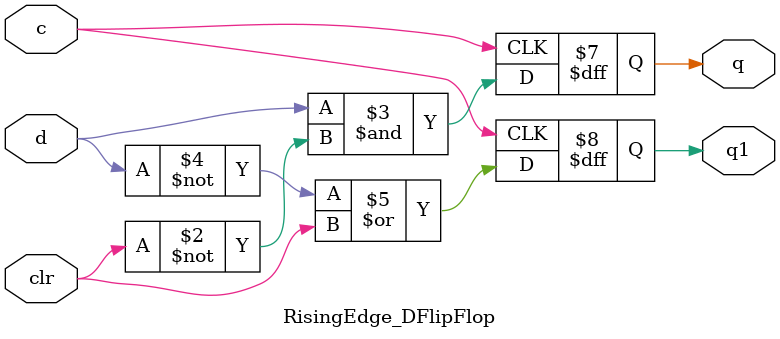
<source format=v>
module RisingEdge_DFlipFlop(q,q1,d,c,clr);
output q,q1;
 input d,c;
 input clr;
 reg q,q1;
	initial 
	   begin
		   q=1'b0; q1=1'b1;
	  end
	always @ (posedge c)
	   begin 
		 q=d&(~clr);
		 q1=(~d)|clr;
	   end
endmodule
</source>
